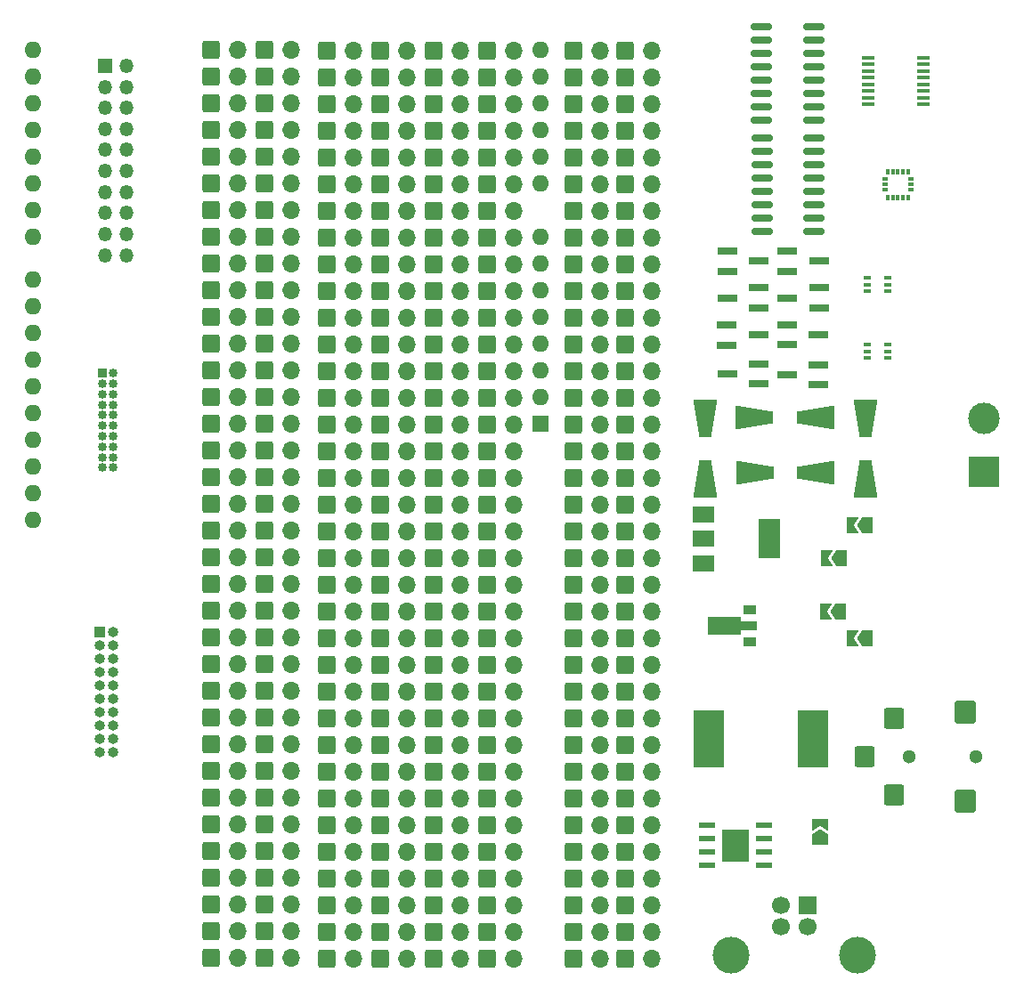
<source format=gbr>
%TF.GenerationSoftware,KiCad,Pcbnew,8.0.0-rc2-429-g037f349585*%
%TF.CreationDate,2024-02-09T22:22:20+01:00*%
%TF.ProjectId,xDuinoRail-Protoboard,78447569-6e6f-4526-9169-6c2d50726f74,rev?*%
%TF.SameCoordinates,Original*%
%TF.FileFunction,Soldermask,Top*%
%TF.FilePolarity,Negative*%
%FSLAX46Y46*%
G04 Gerber Fmt 4.6, Leading zero omitted, Abs format (unit mm)*
G04 Created by KiCad (PCBNEW 8.0.0-rc2-429-g037f349585) date 2024-02-09 22:22:20*
%MOMM*%
%LPD*%
G01*
G04 APERTURE LIST*
G04 Aperture macros list*
%AMRoundRect*
0 Rectangle with rounded corners*
0 $1 Rounding radius*
0 $2 $3 $4 $5 $6 $7 $8 $9 X,Y pos of 4 corners*
0 Add a 4 corners polygon primitive as box body*
4,1,4,$2,$3,$4,$5,$6,$7,$8,$9,$2,$3,0*
0 Add four circle primitives for the rounded corners*
1,1,$1+$1,$2,$3*
1,1,$1+$1,$4,$5*
1,1,$1+$1,$6,$7*
1,1,$1+$1,$8,$9*
0 Add four rect primitives between the rounded corners*
20,1,$1+$1,$2,$3,$4,$5,0*
20,1,$1+$1,$4,$5,$6,$7,0*
20,1,$1+$1,$6,$7,$8,$9,0*
20,1,$1+$1,$8,$9,$2,$3,0*%
%AMOutline4P*
0 Free polygon, 4 corners , with rotation*
0 The origin of the aperture is its center*
0 number of corners: always 4*
0 $1 to $8 corner X, Y*
0 $9 Rotation angle, in degrees counterclockwise*
0 create outline with 4 corners*
4,1,4,$1,$2,$3,$4,$5,$6,$7,$8,$1,$2,$9*%
%AMFreePoly0*
4,1,6,1.000000,0.000000,0.500000,-0.750000,-0.500000,-0.750000,-0.500000,0.750000,0.500000,0.750000,1.000000,0.000000,1.000000,0.000000,$1*%
%AMFreePoly1*
4,1,6,0.500000,-0.750000,-0.650000,-0.750000,-0.150000,0.000000,-0.650000,0.750000,0.500000,0.750000,0.500000,-0.750000,0.500000,-0.750000,$1*%
%AMFreePoly2*
4,1,9,3.862500,-0.866500,0.737500,-0.866500,0.737500,-0.450000,-0.737500,-0.450000,-0.737500,0.450000,0.737500,0.450000,0.737500,0.866500,3.862500,0.866500,3.862500,-0.866500,3.862500,-0.866500,$1*%
G04 Aperture macros list end*
%ADD10FreePoly0,90.000000*%
%ADD11FreePoly1,90.000000*%
%ADD12R,1.550000X0.600000*%
%ADD13R,2.600000X3.100000*%
%ADD14R,2.900000X5.400000*%
%ADD15R,1.350000X1.350000*%
%ADD16O,1.350000X1.350000*%
%ADD17C,1.300000*%
%ADD18RoundRect,0.250000X-0.750000X0.850000X-0.750000X-0.850000X0.750000X-0.850000X0.750000X0.850000X0*%
%ADD19RoundRect,0.250000X-0.700000X0.750000X-0.700000X-0.750000X0.700000X-0.750000X0.700000X0.750000X0*%
%ADD20Outline4P,-1.800000X-1.150000X1.800000X-0.550000X1.800000X0.550000X-1.800000X1.150000X180.000000*%
%ADD21Outline4P,-1.800000X-1.150000X1.800000X-0.550000X1.800000X0.550000X-1.800000X1.150000X0.000000*%
%ADD22RoundRect,0.250000X-0.600000X-0.600000X0.600000X-0.600000X0.600000X0.600000X-0.600000X0.600000X0*%
%ADD23O,1.700000X1.700000*%
%ADD24R,1.000000X1.000000*%
%ADD25O,1.000000X1.000000*%
%ADD26R,1.900000X0.800000*%
%ADD27Outline4P,-1.800000X-1.150000X1.800000X-0.550000X1.800000X0.550000X-1.800000X1.150000X270.000000*%
%ADD28Outline4P,-1.800000X-1.150000X1.800000X-0.550000X1.800000X0.550000X-1.800000X1.150000X90.000000*%
%ADD29R,0.650000X0.400000*%
%ADD30R,3.000000X3.000000*%
%ADD31C,3.000000*%
%ADD32R,1.300000X0.900000*%
%ADD33FreePoly2,180.000000*%
%ADD34RoundRect,0.150000X-0.825000X-0.150000X0.825000X-0.150000X0.825000X0.150000X-0.825000X0.150000X0*%
%ADD35FreePoly0,180.000000*%
%ADD36FreePoly1,180.000000*%
%ADD37RoundRect,0.087500X-0.087500X0.187500X-0.087500X-0.187500X0.087500X-0.187500X0.087500X0.187500X0*%
%ADD38RoundRect,0.087500X-0.187500X0.087500X-0.187500X-0.087500X0.187500X-0.087500X0.187500X0.087500X0*%
%ADD39O,0.850000X0.850000*%
%ADD40R,0.850000X0.850000*%
%ADD41R,2.000000X1.500000*%
%ADD42R,2.000000X3.800000*%
%ADD43R,1.200000X0.400000*%
%ADD44R,1.700000X1.700000*%
%ADD45C,1.700000*%
%ADD46C,3.500000*%
%ADD47R,1.600000X1.600000*%
%ADD48O,1.600000X1.600000*%
G04 APERTURE END LIST*
D10*
%TO.C,JP105*%
X152945000Y-127090000D03*
D11*
X152945000Y-125640000D03*
%TD*%
D12*
%TO.C,U108*%
X142240000Y-125730000D03*
X142240000Y-127000000D03*
X142240000Y-128270000D03*
X142240000Y-129540000D03*
X147640000Y-129540000D03*
X147640000Y-128270000D03*
X147640000Y-127000000D03*
X147640000Y-125730000D03*
D13*
X144940000Y-127635000D03*
%TD*%
D14*
%TO.C,L101*%
X152270000Y-117475000D03*
X142370000Y-117475000D03*
%TD*%
D15*
%TO.C,J118*%
X84995000Y-53500000D03*
D16*
X86995000Y-53500000D03*
X84995000Y-55500000D03*
X86995000Y-55500000D03*
X84995000Y-57500000D03*
X86995000Y-57500000D03*
X84995000Y-59500000D03*
X86995000Y-59500000D03*
X84995000Y-61500000D03*
X86995000Y-61500000D03*
X84995000Y-63500000D03*
X86995000Y-63500000D03*
X84995000Y-65500000D03*
X86995000Y-65500000D03*
X84995000Y-67500000D03*
X86995000Y-67500000D03*
X84995000Y-69500000D03*
X86995000Y-69500000D03*
X84995000Y-71500000D03*
X86995000Y-71500000D03*
%TD*%
D17*
%TO.C,J109*%
X167770000Y-119220000D03*
X161470000Y-119220000D03*
D18*
X166770000Y-114970000D03*
X166770000Y-123470000D03*
D19*
X160020000Y-122870000D03*
X160020000Y-115570000D03*
X157170000Y-119220000D03*
%TD*%
D20*
%TO.C,D101*%
X152530000Y-86940000D03*
D21*
X146730000Y-86940000D03*
%TD*%
D22*
%TO.C,J102*%
X106045000Y-52070000D03*
D23*
X108585000Y-52070000D03*
D22*
X106045000Y-54610000D03*
D23*
X108585000Y-54610000D03*
D22*
X106045000Y-57150000D03*
D23*
X108585000Y-57150000D03*
D22*
X106045000Y-59690000D03*
D23*
X108585000Y-59690000D03*
D22*
X106045000Y-62230000D03*
D23*
X108585000Y-62230000D03*
D22*
X106045000Y-64770000D03*
D23*
X108585000Y-64770000D03*
D22*
X106045000Y-67310000D03*
D23*
X108585000Y-67310000D03*
D22*
X106045000Y-69850000D03*
D23*
X108585000Y-69850000D03*
D22*
X106045000Y-72390000D03*
D23*
X108585000Y-72390000D03*
D22*
X106045000Y-74930000D03*
D23*
X108585000Y-74930000D03*
D22*
X106045000Y-77470000D03*
D23*
X108585000Y-77470000D03*
D22*
X106045000Y-80010000D03*
D23*
X108585000Y-80010000D03*
D22*
X106045000Y-82550000D03*
D23*
X108585000Y-82550000D03*
D22*
X106045000Y-85090000D03*
D23*
X108585000Y-85090000D03*
D22*
X106045000Y-87630000D03*
D23*
X108585000Y-87630000D03*
D22*
X106045000Y-90170000D03*
D23*
X108585000Y-90170000D03*
D22*
X106045000Y-92710000D03*
D23*
X108585000Y-92710000D03*
D22*
X106045000Y-95250000D03*
D23*
X108585000Y-95250000D03*
D22*
X106045000Y-97790000D03*
D23*
X108585000Y-97790000D03*
D22*
X106045000Y-100330000D03*
D23*
X108585000Y-100330000D03*
D22*
X106045000Y-102870000D03*
D23*
X108585000Y-102870000D03*
D22*
X106045000Y-105410000D03*
D23*
X108585000Y-105410000D03*
D22*
X106045000Y-107950000D03*
D23*
X108585000Y-107950000D03*
D22*
X106045000Y-110490000D03*
D23*
X108585000Y-110490000D03*
D22*
X106045000Y-113030000D03*
D23*
X108585000Y-113030000D03*
D22*
X106045000Y-115570000D03*
D23*
X108585000Y-115570000D03*
D22*
X106045000Y-118110000D03*
D23*
X108585000Y-118110000D03*
D22*
X106045000Y-120650000D03*
D23*
X108585000Y-120650000D03*
D22*
X106045000Y-123190000D03*
D23*
X108585000Y-123190000D03*
D22*
X106045000Y-125730000D03*
D23*
X108585000Y-125730000D03*
D22*
X106045000Y-128270000D03*
D23*
X108585000Y-128270000D03*
D22*
X106045000Y-130810000D03*
D23*
X108585000Y-130810000D03*
D22*
X106045000Y-133350000D03*
D23*
X108585000Y-133350000D03*
D22*
X106045000Y-135890000D03*
D23*
X108585000Y-135890000D03*
D22*
X106045000Y-138430000D03*
D23*
X108585000Y-138430000D03*
%TD*%
D24*
%TO.C,J114*%
X84455000Y-107315000D03*
D25*
X85725000Y-107315000D03*
X84455000Y-108585000D03*
X85725000Y-108585000D03*
X84455000Y-109855000D03*
X85725000Y-109855000D03*
X84455000Y-111125000D03*
X85725000Y-111125000D03*
X84455000Y-112395000D03*
X85725000Y-112395000D03*
X84455000Y-113665000D03*
X85725000Y-113665000D03*
X84455000Y-114935000D03*
X85725000Y-114935000D03*
X84455000Y-116205000D03*
X85725000Y-116205000D03*
X84455000Y-117475000D03*
X85725000Y-117475000D03*
X84455000Y-118745000D03*
X85725000Y-118745000D03*
%TD*%
D26*
%TO.C,Q107*%
X152818100Y-83815000D03*
X152818100Y-81915000D03*
X149818100Y-82865000D03*
%TD*%
D27*
%TO.C,D104*%
X157295000Y-86995000D03*
D28*
X157295000Y-92795000D03*
%TD*%
D22*
%TO.C,J101*%
X111125000Y-52070000D03*
D23*
X113665000Y-52070000D03*
D22*
X111125000Y-54610000D03*
D23*
X113665000Y-54610000D03*
D22*
X111125000Y-57150000D03*
D23*
X113665000Y-57150000D03*
D22*
X111125000Y-59690000D03*
D23*
X113665000Y-59690000D03*
D22*
X111125000Y-62230000D03*
D23*
X113665000Y-62230000D03*
D22*
X111125000Y-64770000D03*
D23*
X113665000Y-64770000D03*
D22*
X111125000Y-67310000D03*
D23*
X113665000Y-67310000D03*
D22*
X111125000Y-69850000D03*
D23*
X113665000Y-69850000D03*
D22*
X111125000Y-72390000D03*
D23*
X113665000Y-72390000D03*
D22*
X111125000Y-74930000D03*
D23*
X113665000Y-74930000D03*
D22*
X111125000Y-77470000D03*
D23*
X113665000Y-77470000D03*
D22*
X111125000Y-80010000D03*
D23*
X113665000Y-80010000D03*
D22*
X111125000Y-82550000D03*
D23*
X113665000Y-82550000D03*
D22*
X111125000Y-85090000D03*
D23*
X113665000Y-85090000D03*
D22*
X111125000Y-87630000D03*
D23*
X113665000Y-87630000D03*
D22*
X111125000Y-90170000D03*
D23*
X113665000Y-90170000D03*
D22*
X111125000Y-92710000D03*
D23*
X113665000Y-92710000D03*
D22*
X111125000Y-95250000D03*
D23*
X113665000Y-95250000D03*
D22*
X111125000Y-97790000D03*
D23*
X113665000Y-97790000D03*
D22*
X111125000Y-100330000D03*
D23*
X113665000Y-100330000D03*
D22*
X111125000Y-102870000D03*
D23*
X113665000Y-102870000D03*
D22*
X111125000Y-105410000D03*
D23*
X113665000Y-105410000D03*
D22*
X111125000Y-107950000D03*
D23*
X113665000Y-107950000D03*
D22*
X111125000Y-110490000D03*
D23*
X113665000Y-110490000D03*
D22*
X111125000Y-113030000D03*
D23*
X113665000Y-113030000D03*
D22*
X111125000Y-115570000D03*
D23*
X113665000Y-115570000D03*
D22*
X111125000Y-118110000D03*
D23*
X113665000Y-118110000D03*
D22*
X111125000Y-120650000D03*
D23*
X113665000Y-120650000D03*
D22*
X111125000Y-123190000D03*
D23*
X113665000Y-123190000D03*
D22*
X111125000Y-125730000D03*
D23*
X113665000Y-125730000D03*
D22*
X111125000Y-128270000D03*
D23*
X113665000Y-128270000D03*
D22*
X111125000Y-130810000D03*
D23*
X113665000Y-130810000D03*
D22*
X111125000Y-133350000D03*
D23*
X113665000Y-133350000D03*
D22*
X111125000Y-135890000D03*
D23*
X113665000Y-135890000D03*
D22*
X111125000Y-138430000D03*
D23*
X113665000Y-138430000D03*
%TD*%
D29*
%TO.C,Q110*%
X157485000Y-80010000D03*
X157485000Y-80660000D03*
X157485000Y-81310000D03*
X159385000Y-81310000D03*
X159385000Y-80660000D03*
X159385000Y-80010000D03*
%TD*%
D30*
%TO.C,J112*%
X168514500Y-92080600D03*
D31*
X168514500Y-87000600D03*
%TD*%
D26*
%TO.C,Q106*%
X149833200Y-78131600D03*
X149833200Y-80031600D03*
X152833200Y-79081600D03*
%TD*%
D32*
%TO.C,U107*%
X146305500Y-108259400D03*
D33*
X146218000Y-106759400D03*
D32*
X146305500Y-105259400D03*
%TD*%
D22*
%TO.C,J103*%
X116205000Y-52070000D03*
D23*
X118745000Y-52070000D03*
D22*
X116205000Y-54610000D03*
D23*
X118745000Y-54610000D03*
D22*
X116205000Y-57150000D03*
D23*
X118745000Y-57150000D03*
D22*
X116205000Y-59690000D03*
D23*
X118745000Y-59690000D03*
D22*
X116205000Y-62230000D03*
D23*
X118745000Y-62230000D03*
D22*
X116205000Y-64770000D03*
D23*
X118745000Y-64770000D03*
D22*
X116205000Y-67310000D03*
D23*
X118745000Y-67310000D03*
D22*
X116205000Y-69850000D03*
D23*
X118745000Y-69850000D03*
D22*
X116205000Y-72390000D03*
D23*
X118745000Y-72390000D03*
D22*
X116205000Y-74930000D03*
D23*
X118745000Y-74930000D03*
D22*
X116205000Y-77470000D03*
D23*
X118745000Y-77470000D03*
D22*
X116205000Y-80010000D03*
D23*
X118745000Y-80010000D03*
D22*
X116205000Y-82550000D03*
D23*
X118745000Y-82550000D03*
D22*
X116205000Y-85090000D03*
D23*
X118745000Y-85090000D03*
D22*
X116205000Y-87630000D03*
D23*
X118745000Y-87630000D03*
D22*
X116205000Y-90170000D03*
D23*
X118745000Y-90170000D03*
D22*
X116205000Y-92710000D03*
D23*
X118745000Y-92710000D03*
D22*
X116205000Y-95250000D03*
D23*
X118745000Y-95250000D03*
D22*
X116205000Y-97790000D03*
D23*
X118745000Y-97790000D03*
D22*
X116205000Y-100330000D03*
D23*
X118745000Y-100330000D03*
D22*
X116205000Y-102870000D03*
D23*
X118745000Y-102870000D03*
D22*
X116205000Y-105410000D03*
D23*
X118745000Y-105410000D03*
D22*
X116205000Y-107950000D03*
D23*
X118745000Y-107950000D03*
D22*
X116205000Y-110490000D03*
D23*
X118745000Y-110490000D03*
D22*
X116205000Y-113030000D03*
D23*
X118745000Y-113030000D03*
D22*
X116205000Y-115570000D03*
D23*
X118745000Y-115570000D03*
D22*
X116205000Y-118110000D03*
D23*
X118745000Y-118110000D03*
D22*
X116205000Y-120650000D03*
D23*
X118745000Y-120650000D03*
D22*
X116205000Y-123190000D03*
D23*
X118745000Y-123190000D03*
D22*
X116205000Y-125730000D03*
D23*
X118745000Y-125730000D03*
D22*
X116205000Y-128270000D03*
D23*
X118745000Y-128270000D03*
D22*
X116205000Y-130810000D03*
D23*
X118745000Y-130810000D03*
D22*
X116205000Y-133350000D03*
D23*
X118745000Y-133350000D03*
D22*
X116205000Y-135890000D03*
D23*
X118745000Y-135890000D03*
D22*
X116205000Y-138430000D03*
D23*
X118745000Y-138430000D03*
%TD*%
D26*
%TO.C,Q109*%
X147125200Y-83737100D03*
X147125200Y-81837100D03*
X144125200Y-82787100D03*
%TD*%
D34*
%TO.C,U103*%
X147450000Y-60325000D03*
X147450000Y-61595000D03*
X147450000Y-62865000D03*
X147450000Y-64135000D03*
X147450000Y-65405000D03*
X147450000Y-66675000D03*
X147450000Y-67945000D03*
X147450000Y-69215000D03*
X152400000Y-69215000D03*
X152400000Y-67945000D03*
X152400000Y-66675000D03*
X152400000Y-65405000D03*
X152400000Y-64135000D03*
X152400000Y-62865000D03*
X152400000Y-61595000D03*
X152400000Y-60325000D03*
%TD*%
D35*
%TO.C,JP103*%
X154940000Y-105410000D03*
D36*
X153490000Y-105410000D03*
%TD*%
D34*
%TO.C,U101*%
X147390000Y-49813200D03*
X147390000Y-51083200D03*
X147390000Y-52353200D03*
X147390000Y-53623200D03*
X147390000Y-54893200D03*
X147390000Y-56163200D03*
X147390000Y-57433200D03*
X147390000Y-58703200D03*
X152340000Y-58703200D03*
X152340000Y-57433200D03*
X152340000Y-56163200D03*
X152340000Y-54893200D03*
X152340000Y-53623200D03*
X152340000Y-52353200D03*
X152340000Y-51083200D03*
X152340000Y-49813200D03*
%TD*%
D26*
%TO.C,Q101*%
X144126700Y-71125000D03*
X144126700Y-73025000D03*
X147126700Y-72075000D03*
%TD*%
D37*
%TO.C,U106*%
X161365600Y-63575700D03*
X160865600Y-63575700D03*
X160365600Y-63575700D03*
X159865600Y-63575700D03*
X159365600Y-63575700D03*
D38*
X159140600Y-64300700D03*
X159140600Y-64800700D03*
X159140600Y-65300700D03*
D37*
X159365600Y-66025700D03*
X159865600Y-66025700D03*
X160365600Y-66025700D03*
X160865600Y-66025700D03*
X161365600Y-66025700D03*
D38*
X161590600Y-65300700D03*
X161590600Y-64800700D03*
X161590600Y-64300700D03*
%TD*%
D26*
%TO.C,Q105*%
X152841700Y-76520000D03*
X152841700Y-74620000D03*
X149841700Y-75570000D03*
%TD*%
D23*
%TO.C,J106*%
X136946900Y-138430000D03*
D22*
X134406900Y-138430000D03*
D23*
X136946900Y-135890000D03*
D22*
X134406900Y-135890000D03*
D23*
X136946900Y-133350000D03*
D22*
X134406900Y-133350000D03*
D23*
X136946900Y-130810000D03*
D22*
X134406900Y-130810000D03*
D23*
X136946900Y-128270000D03*
D22*
X134406900Y-128270000D03*
D23*
X136946900Y-125730000D03*
D22*
X134406900Y-125730000D03*
D23*
X136946900Y-123190000D03*
D22*
X134406900Y-123190000D03*
D23*
X136946900Y-120650000D03*
D22*
X134406900Y-120650000D03*
D23*
X136946900Y-118110000D03*
D22*
X134406900Y-118110000D03*
D23*
X136946900Y-115570000D03*
D22*
X134406900Y-115570000D03*
D23*
X136946900Y-113030000D03*
D22*
X134406900Y-113030000D03*
D23*
X136946900Y-110490000D03*
D22*
X134406900Y-110490000D03*
D23*
X136946900Y-107950000D03*
D22*
X134406900Y-107950000D03*
D23*
X136946900Y-105410000D03*
D22*
X134406900Y-105410000D03*
D23*
X136946900Y-102870000D03*
D22*
X134406900Y-102870000D03*
D23*
X136946900Y-100330000D03*
D22*
X134406900Y-100330000D03*
D23*
X136946900Y-97790000D03*
D22*
X134406900Y-97790000D03*
D23*
X136946900Y-95250000D03*
D22*
X134406900Y-95250000D03*
D23*
X136946900Y-92710000D03*
D22*
X134406900Y-92710000D03*
D23*
X136946900Y-90170000D03*
D22*
X134406900Y-90170000D03*
D23*
X136946900Y-87630000D03*
D22*
X134406900Y-87630000D03*
D23*
X136946900Y-85090000D03*
D22*
X134406900Y-85090000D03*
D23*
X136946900Y-82550000D03*
D22*
X134406900Y-82550000D03*
D23*
X136946900Y-80010000D03*
D22*
X134406900Y-80010000D03*
D23*
X136946900Y-77470000D03*
D22*
X134406900Y-77470000D03*
D23*
X136946900Y-74930000D03*
D22*
X134406900Y-74930000D03*
D23*
X136946900Y-72390000D03*
D22*
X134406900Y-72390000D03*
D23*
X136946900Y-69850000D03*
D22*
X134406900Y-69850000D03*
D23*
X136946900Y-67310000D03*
D22*
X134406900Y-67310000D03*
D23*
X136946900Y-64770000D03*
D22*
X134406900Y-64770000D03*
D23*
X136946900Y-62230000D03*
D22*
X134406900Y-62230000D03*
D23*
X136946900Y-59690000D03*
D22*
X134406900Y-59690000D03*
D23*
X136946900Y-57150000D03*
D22*
X134406900Y-57150000D03*
D23*
X136946900Y-54610000D03*
D22*
X134406900Y-54610000D03*
D23*
X136946900Y-52070000D03*
D22*
X134406900Y-52070000D03*
%TD*%
D39*
%TO.C,J115*%
X85725000Y-91725000D03*
X84725000Y-91725000D03*
X85725000Y-90725000D03*
X84725000Y-90725000D03*
X85725000Y-89725000D03*
X84725000Y-89725000D03*
X85725000Y-88725000D03*
X84725000Y-88725000D03*
X85725000Y-87725000D03*
X84725000Y-87725000D03*
X85725000Y-86725000D03*
X84725000Y-86725000D03*
X85725000Y-85725000D03*
X84725000Y-85725000D03*
X85725000Y-84725000D03*
X84725000Y-84725000D03*
X85725000Y-83725000D03*
X84725000Y-83725000D03*
X85725000Y-82725000D03*
D40*
X84725000Y-82725000D03*
%TD*%
D22*
%TO.C,J110*%
X95039500Y-51990600D03*
D23*
X97579500Y-51990600D03*
D22*
X95039500Y-54530600D03*
D23*
X97579500Y-54530600D03*
D22*
X95039500Y-57070600D03*
D23*
X97579500Y-57070600D03*
D22*
X95039500Y-59610600D03*
D23*
X97579500Y-59610600D03*
D22*
X95039500Y-62150600D03*
D23*
X97579500Y-62150600D03*
D22*
X95039500Y-64690600D03*
D23*
X97579500Y-64690600D03*
D22*
X95039500Y-67230600D03*
D23*
X97579500Y-67230600D03*
D22*
X95039500Y-69770600D03*
D23*
X97579500Y-69770600D03*
D22*
X95039500Y-72310600D03*
D23*
X97579500Y-72310600D03*
D22*
X95039500Y-74850600D03*
D23*
X97579500Y-74850600D03*
D22*
X95039500Y-77390600D03*
D23*
X97579500Y-77390600D03*
D22*
X95039500Y-79930600D03*
D23*
X97579500Y-79930600D03*
D22*
X95039500Y-82470600D03*
D23*
X97579500Y-82470600D03*
D22*
X95039500Y-85010600D03*
D23*
X97579500Y-85010600D03*
D22*
X95039500Y-87550600D03*
D23*
X97579500Y-87550600D03*
D22*
X95039500Y-90090600D03*
D23*
X97579500Y-90090600D03*
D22*
X95039500Y-92630600D03*
D23*
X97579500Y-92630600D03*
D22*
X95039500Y-95170600D03*
D23*
X97579500Y-95170600D03*
D22*
X95039500Y-97710600D03*
D23*
X97579500Y-97710600D03*
D22*
X95039500Y-100250600D03*
D23*
X97579500Y-100250600D03*
D22*
X95039500Y-102790600D03*
D23*
X97579500Y-102790600D03*
D22*
X95039500Y-105330600D03*
D23*
X97579500Y-105330600D03*
D22*
X95039500Y-107870600D03*
D23*
X97579500Y-107870600D03*
D22*
X95039500Y-110410600D03*
D23*
X97579500Y-110410600D03*
D22*
X95039500Y-112950600D03*
D23*
X97579500Y-112950600D03*
D22*
X95039500Y-115490600D03*
D23*
X97579500Y-115490600D03*
D22*
X95039500Y-118030600D03*
D23*
X97579500Y-118030600D03*
D22*
X95039500Y-120570600D03*
D23*
X97579500Y-120570600D03*
D22*
X95039500Y-123110600D03*
D23*
X97579500Y-123110600D03*
D22*
X95039500Y-125650600D03*
D23*
X97579500Y-125650600D03*
D22*
X95039500Y-128190600D03*
D23*
X97579500Y-128190600D03*
D22*
X95039500Y-130730600D03*
D23*
X97579500Y-130730600D03*
D22*
X95039500Y-133270600D03*
D23*
X97579500Y-133270600D03*
D22*
X95039500Y-135810600D03*
D23*
X97579500Y-135810600D03*
D22*
X95039500Y-138350600D03*
D23*
X97579500Y-138350600D03*
%TD*%
D35*
%TO.C,JP101*%
X155030000Y-100330000D03*
D36*
X153580000Y-100330000D03*
%TD*%
D22*
%TO.C,J105*%
X129537400Y-52070000D03*
D23*
X132077400Y-52070000D03*
D22*
X129537400Y-54610000D03*
D23*
X132077400Y-54610000D03*
D22*
X129537400Y-57150000D03*
D23*
X132077400Y-57150000D03*
D22*
X129537400Y-59690000D03*
D23*
X132077400Y-59690000D03*
D22*
X129537400Y-62230000D03*
D23*
X132077400Y-62230000D03*
D22*
X129537400Y-64770000D03*
D23*
X132077400Y-64770000D03*
D22*
X129537400Y-67310000D03*
D23*
X132077400Y-67310000D03*
D22*
X129537400Y-69850000D03*
D23*
X132077400Y-69850000D03*
D22*
X129537400Y-72390000D03*
D23*
X132077400Y-72390000D03*
D22*
X129537400Y-74930000D03*
D23*
X132077400Y-74930000D03*
D22*
X129537400Y-77470000D03*
D23*
X132077400Y-77470000D03*
D22*
X129537400Y-80010000D03*
D23*
X132077400Y-80010000D03*
D22*
X129537400Y-82550000D03*
D23*
X132077400Y-82550000D03*
D22*
X129537400Y-85090000D03*
D23*
X132077400Y-85090000D03*
D22*
X129537400Y-87630000D03*
D23*
X132077400Y-87630000D03*
D22*
X129537400Y-90170000D03*
D23*
X132077400Y-90170000D03*
D22*
X129537400Y-92710000D03*
D23*
X132077400Y-92710000D03*
D22*
X129537400Y-95250000D03*
D23*
X132077400Y-95250000D03*
D22*
X129537400Y-97790000D03*
D23*
X132077400Y-97790000D03*
D22*
X129537400Y-100330000D03*
D23*
X132077400Y-100330000D03*
D22*
X129537400Y-102870000D03*
D23*
X132077400Y-102870000D03*
D22*
X129537400Y-105410000D03*
D23*
X132077400Y-105410000D03*
D22*
X129537400Y-107950000D03*
D23*
X132077400Y-107950000D03*
D22*
X129537400Y-110490000D03*
D23*
X132077400Y-110490000D03*
D22*
X129537400Y-113030000D03*
D23*
X132077400Y-113030000D03*
D22*
X129537400Y-115570000D03*
D23*
X132077400Y-115570000D03*
D22*
X129537400Y-118110000D03*
D23*
X132077400Y-118110000D03*
D22*
X129537400Y-120650000D03*
D23*
X132077400Y-120650000D03*
D22*
X129537400Y-123190000D03*
D23*
X132077400Y-123190000D03*
D22*
X129537400Y-125730000D03*
D23*
X132077400Y-125730000D03*
D22*
X129537400Y-128270000D03*
D23*
X132077400Y-128270000D03*
D22*
X129537400Y-130810000D03*
D23*
X132077400Y-130810000D03*
D22*
X129537400Y-133350000D03*
D23*
X132077400Y-133350000D03*
D22*
X129537400Y-135890000D03*
D23*
X132077400Y-135890000D03*
D22*
X129537400Y-138430000D03*
D23*
X132077400Y-138430000D03*
%TD*%
D41*
%TO.C,U104*%
X141865500Y-96204400D03*
X141865500Y-98504400D03*
D42*
X148165500Y-98504400D03*
D41*
X141865500Y-100804400D03*
%TD*%
D26*
%TO.C,Q104*%
X149841700Y-71125000D03*
X149841700Y-73025000D03*
X152841700Y-72075000D03*
%TD*%
D29*
%TO.C,Q102*%
X157485000Y-73660000D03*
X157485000Y-74310000D03*
X157485000Y-74960000D03*
X159385000Y-74960000D03*
X159385000Y-74310000D03*
X159385000Y-73660000D03*
%TD*%
D22*
%TO.C,J104*%
X121285000Y-52070000D03*
D23*
X123825000Y-52070000D03*
D22*
X121285000Y-54610000D03*
D23*
X123825000Y-54610000D03*
D22*
X121285000Y-57150000D03*
D23*
X123825000Y-57150000D03*
D22*
X121285000Y-59690000D03*
D23*
X123825000Y-59690000D03*
D22*
X121285000Y-62230000D03*
D23*
X123825000Y-62230000D03*
D22*
X121285000Y-64770000D03*
D23*
X123825000Y-64770000D03*
D22*
X121285000Y-67310000D03*
D23*
X123825000Y-67310000D03*
D22*
X121285000Y-69850000D03*
D23*
X123825000Y-69850000D03*
D22*
X121285000Y-72390000D03*
D23*
X123825000Y-72390000D03*
D22*
X121285000Y-74930000D03*
D23*
X123825000Y-74930000D03*
D22*
X121285000Y-77470000D03*
D23*
X123825000Y-77470000D03*
D22*
X121285000Y-80010000D03*
D23*
X123825000Y-80010000D03*
D22*
X121285000Y-82550000D03*
D23*
X123825000Y-82550000D03*
D22*
X121285000Y-85090000D03*
D23*
X123825000Y-85090000D03*
D22*
X121285000Y-87630000D03*
D23*
X123825000Y-87630000D03*
D22*
X121285000Y-90170000D03*
D23*
X123825000Y-90170000D03*
D22*
X121285000Y-92710000D03*
D23*
X123825000Y-92710000D03*
D22*
X121285000Y-95250000D03*
D23*
X123825000Y-95250000D03*
D22*
X121285000Y-97790000D03*
D23*
X123825000Y-97790000D03*
D22*
X121285000Y-100330000D03*
D23*
X123825000Y-100330000D03*
D22*
X121285000Y-102870000D03*
D23*
X123825000Y-102870000D03*
D22*
X121285000Y-105410000D03*
D23*
X123825000Y-105410000D03*
D22*
X121285000Y-107950000D03*
D23*
X123825000Y-107950000D03*
D22*
X121285000Y-110490000D03*
D23*
X123825000Y-110490000D03*
D22*
X121285000Y-113030000D03*
D23*
X123825000Y-113030000D03*
D22*
X121285000Y-115570000D03*
D23*
X123825000Y-115570000D03*
D22*
X121285000Y-118110000D03*
D23*
X123825000Y-118110000D03*
D22*
X121285000Y-120650000D03*
D23*
X123825000Y-120650000D03*
D22*
X121285000Y-123190000D03*
D23*
X123825000Y-123190000D03*
D22*
X121285000Y-125730000D03*
D23*
X123825000Y-125730000D03*
D22*
X121285000Y-128270000D03*
D23*
X123825000Y-128270000D03*
D22*
X121285000Y-130810000D03*
D23*
X123825000Y-130810000D03*
D22*
X121285000Y-133350000D03*
D23*
X123825000Y-133350000D03*
D22*
X121285000Y-135890000D03*
D23*
X123825000Y-135890000D03*
D22*
X121285000Y-138430000D03*
D23*
X123825000Y-138430000D03*
%TD*%
D22*
%TO.C,J111*%
X100119500Y-51990600D03*
D23*
X102659500Y-51990600D03*
D22*
X100119500Y-54530600D03*
D23*
X102659500Y-54530600D03*
D22*
X100119500Y-57070600D03*
D23*
X102659500Y-57070600D03*
D22*
X100119500Y-59610600D03*
D23*
X102659500Y-59610600D03*
D22*
X100119500Y-62150600D03*
D23*
X102659500Y-62150600D03*
D22*
X100119500Y-64690600D03*
D23*
X102659500Y-64690600D03*
D22*
X100119500Y-67230600D03*
D23*
X102659500Y-67230600D03*
D22*
X100119500Y-69770600D03*
D23*
X102659500Y-69770600D03*
D22*
X100119500Y-72310600D03*
D23*
X102659500Y-72310600D03*
D22*
X100119500Y-74850600D03*
D23*
X102659500Y-74850600D03*
D22*
X100119500Y-77390600D03*
D23*
X102659500Y-77390600D03*
D22*
X100119500Y-79930600D03*
D23*
X102659500Y-79930600D03*
D22*
X100119500Y-82470600D03*
D23*
X102659500Y-82470600D03*
D22*
X100119500Y-85010600D03*
D23*
X102659500Y-85010600D03*
D22*
X100119500Y-87550600D03*
D23*
X102659500Y-87550600D03*
D22*
X100119500Y-90090600D03*
D23*
X102659500Y-90090600D03*
D22*
X100119500Y-92630600D03*
D23*
X102659500Y-92630600D03*
D22*
X100119500Y-95170600D03*
D23*
X102659500Y-95170600D03*
D22*
X100119500Y-97710600D03*
D23*
X102659500Y-97710600D03*
D22*
X100119500Y-100250600D03*
D23*
X102659500Y-100250600D03*
D22*
X100119500Y-102790600D03*
D23*
X102659500Y-102790600D03*
D22*
X100119500Y-105330600D03*
D23*
X102659500Y-105330600D03*
D22*
X100119500Y-107870600D03*
D23*
X102659500Y-107870600D03*
D22*
X100119500Y-110410600D03*
D23*
X102659500Y-110410600D03*
D22*
X100119500Y-112950600D03*
D23*
X102659500Y-112950600D03*
D22*
X100119500Y-115490600D03*
D23*
X102659500Y-115490600D03*
D22*
X100119500Y-118030600D03*
D23*
X102659500Y-118030600D03*
D22*
X100119500Y-120570600D03*
D23*
X102659500Y-120570600D03*
D22*
X100119500Y-123110600D03*
D23*
X102659500Y-123110600D03*
D22*
X100119500Y-125650600D03*
D23*
X102659500Y-125650600D03*
D22*
X100119500Y-128190600D03*
D23*
X102659500Y-128190600D03*
D22*
X100119500Y-130730600D03*
D23*
X102659500Y-130730600D03*
D22*
X100119500Y-133270600D03*
D23*
X102659500Y-133270600D03*
D22*
X100119500Y-135810600D03*
D23*
X102659500Y-135810600D03*
D22*
X100119500Y-138350600D03*
D23*
X102659500Y-138350600D03*
%TD*%
D27*
%TO.C,D102*%
X142055000Y-86995000D03*
D28*
X142055000Y-92795000D03*
%TD*%
D26*
%TO.C,Q103*%
X147126700Y-76520000D03*
X147126700Y-74620000D03*
X144126700Y-75570000D03*
%TD*%
D43*
%TO.C,U102*%
X157570600Y-52737200D03*
X157570600Y-53372200D03*
X157570600Y-54007200D03*
X157570600Y-54642200D03*
X157570600Y-55277200D03*
X157570600Y-55912200D03*
X157570600Y-56547200D03*
X157570600Y-57182200D03*
X162770600Y-57182200D03*
X162770600Y-56547200D03*
X162770600Y-55912200D03*
X162770600Y-55277200D03*
X162770600Y-54642200D03*
X162770600Y-54007200D03*
X162770600Y-53372200D03*
X162770600Y-52737200D03*
%TD*%
D35*
%TO.C,JP102*%
X157480000Y-97155000D03*
D36*
X156030000Y-97155000D03*
%TD*%
D35*
%TO.C,JP104*%
X157480000Y-107950000D03*
D36*
X156030000Y-107950000D03*
%TD*%
D20*
%TO.C,D103*%
X152575000Y-92160000D03*
D21*
X146775000Y-92160000D03*
%TD*%
D44*
%TO.C,J116*%
X151765000Y-133350000D03*
D45*
X149265000Y-133350000D03*
X149265000Y-135350000D03*
X151765000Y-135350000D03*
D46*
X156535000Y-138060000D03*
X144495000Y-138060000D03*
%TD*%
D26*
%TO.C,Q108*%
X144089400Y-78165900D03*
X144089400Y-80065900D03*
X147089400Y-79115900D03*
%TD*%
D47*
%TO.C,A101*%
X126365000Y-87550600D03*
D48*
X126365000Y-85010600D03*
X126365000Y-82470600D03*
X126365000Y-79930600D03*
X126365000Y-77390600D03*
X126365000Y-74850600D03*
X126365000Y-72310600D03*
X126365000Y-69770600D03*
X126365000Y-64690600D03*
X126365000Y-62150600D03*
X126365000Y-59610600D03*
X126365000Y-57070600D03*
X126365000Y-54530600D03*
X126365000Y-51990600D03*
X78105000Y-51990600D03*
X78105000Y-54530600D03*
X78105000Y-57070600D03*
X78105000Y-59610600D03*
X78105000Y-62150600D03*
X78105000Y-64690600D03*
X78105000Y-67230600D03*
X78105000Y-69770600D03*
X78105000Y-73830600D03*
X78105000Y-76370600D03*
X78105000Y-78910600D03*
X78105000Y-81450600D03*
X78105000Y-83990600D03*
X78105000Y-86530600D03*
X78105000Y-89070600D03*
X78105000Y-91610600D03*
X78105000Y-94150600D03*
X78105000Y-96690600D03*
%TD*%
M02*

</source>
